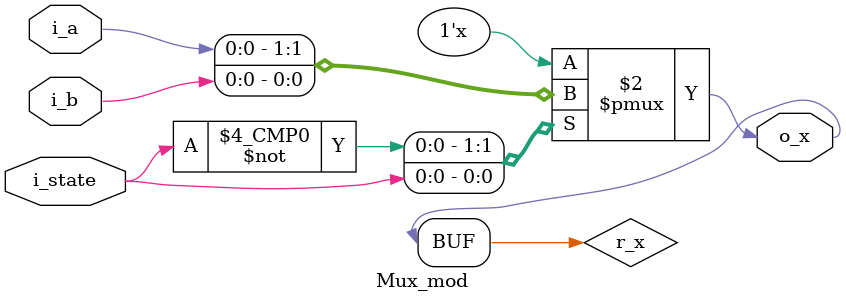
<source format=v>
module Mux_mod #(parameter MuxWide = 1)(
		input [MuxWide - 1: 0] i_a,
		input [MuxWide - 1: 0] i_b,
		input i_state,
		output [MuxWide - 1: 0]  o_x 
);

reg [MuxWide - 1: 0] r_x;

always@(i_a or i_b)
begin
	case(i_state)
		1'b0:
		begin
			r_x = i_a; 
		end
		1'b1:
		begin
			r_x = i_b;
		end
	endcase
end

assign o_x = r_x;

endmodule
</source>
